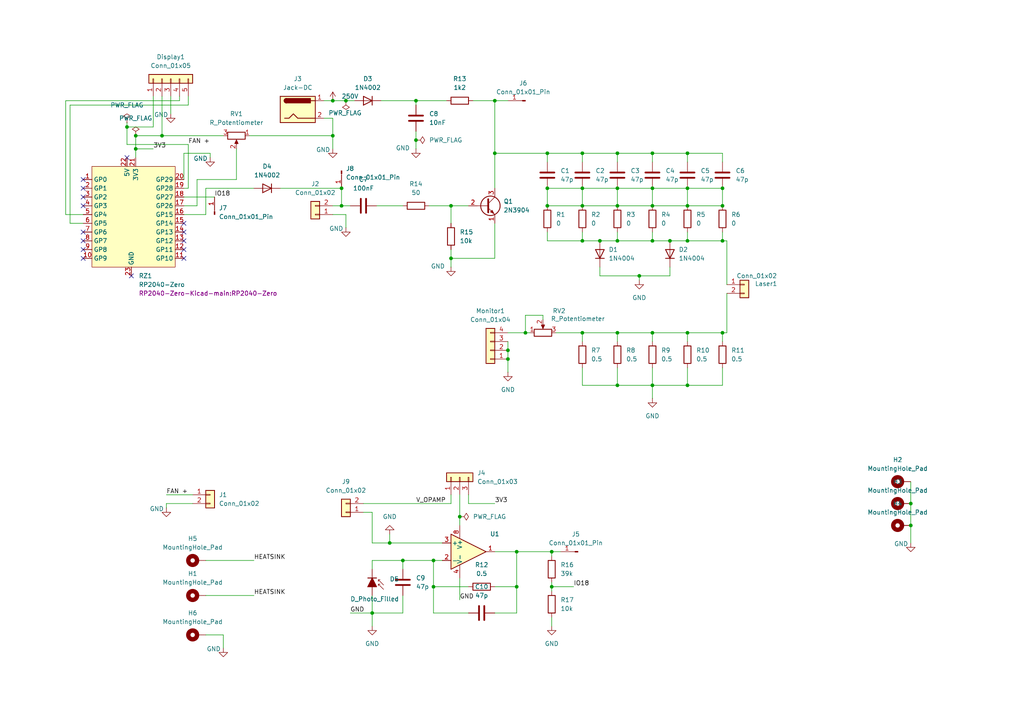
<source format=kicad_sch>
(kicad_sch (version 20250114) (generator "eeschema") (generator_version "9.0")
  (paper "A4")
  (title_block (title "All-in-one Driver plus Sensor") (rev "1.0.0 oct 25"))
  (lib_symbols
    (symbol "Connector:Conn_01x01_Pin" (pin_names (offset 1.016) (hide yes))
      (property "Reference" "J" (at 0 2.54 0))
      (property "Value" "Conn_01x01_Pin" (at 0 -2.54 0))
      (symbol "Conn_01x01_Pin_1_1"
        (rectangle (start 0.8636 0.127) (end 0 -0.127) (stroke (width 0.1524)) (fill (type outline)))
        (polyline (pts (xy 1.27 0) (xy 0.8636 0)) (stroke (width 0.1524)))
        (pin passive line (at 5.08 0 180) (length 3.81) (name "Pin_1") (number "1"))
      )
    )
    (symbol "Connector:Jack-DC" (pin_names (offset 1.016))
      (property "Reference" "J" (at 0 5.334 0))
      (property "Value" "Jack-DC" (at 0 -5.08 0))
      (symbol "Jack-DC_0_1"
        (rectangle (start -5.08 3.81) (end 5.08 -3.81) (stroke (width 0.254)) (fill (type background)))
        (polyline (pts (xy -3.81 -2.54) (xy -2.54 -2.54) (xy -1.27 -1.27) (xy 0 -2.54) (xy 2.54 -2.54) (xy 5.08 -2.54)) (stroke (width 0.254)))
        (arc (start -3.302 1.905) (mid -3.9343 2.54) (end -3.302 3.175) (stroke (width 0.254)))
        (arc (start -3.302 1.905) (mid -3.9343 2.54) (end -3.302 3.175) (stroke (width 0.254)) (fill (type outline)))
        (rectangle (start 3.683 3.175) (end -3.302 1.905) (stroke (width 0.254)) (fill (type outline)))
        (polyline (pts (xy 5.08 2.54) (xy 3.81 2.54)) (stroke (width 0.254)))
      )
      (symbol "Jack-DC_1_1"
        (pin passive line (at 7.62 2.54 180) (length 2.54) (name "~") (number "1"))
        (pin passive line (at 7.62 -2.54 180) (length 2.54) (name "~") (number "2"))
      )
    )
    (symbol "Connector_Generic:Conn_01x02" (pin_names (offset 1.016) (hide yes))
      (property "Reference" "J" (at 0 2.54 0))
      (property "Value" "Conn_01x02" (at 0 -5.08 0))
      (symbol "Conn_01x02_1_1"
        (rectangle (start -1.27 1.27) (end 1.27 -3.81) (stroke (width 0.254)) (fill (type background)))
        (rectangle (start -1.27 0.127) (end 0 -0.127) (stroke (width 0.1524)))
        (rectangle (start -1.27 -2.413) (end 0 -2.667) (stroke (width 0.1524)))
        (pin passive line (at -5.08 0 0) (length 3.81) (name "Pin_1") (number "1"))
        (pin passive line (at -5.08 -2.54 0) (length 3.81) (name "Pin_2") (number "2"))
      )
    )
    (symbol "Connector_Generic:Conn_01x03" (pin_names (offset 1.016) (hide yes))
      (property "Reference" "J" (at 0 5.08 0))
      (property "Value" "Conn_01x03" (at 0 -5.08 0))
      (symbol "Conn_01x03_1_1"
        (rectangle (start -1.27 3.81) (end 1.27 -3.81) (stroke (width 0.254)) (fill (type background)))
        (rectangle (start -1.27 2.667) (end 0 2.413) (stroke (width 0.1524)))
        (rectangle (start -1.27 0.127) (end 0 -0.127) (stroke (width 0.1524)))
        (rectangle (start -1.27 -2.413) (end 0 -2.667) (stroke (width 0.1524)))
        (pin passive line (at -5.08 2.54 0) (length 3.81) (name "Pin_1") (number "1"))
        (pin passive line (at -5.08 0 0) (length 3.81) (name "Pin_2") (number "2"))
        (pin passive line (at -5.08 -2.54 0) (length 3.81) (name "Pin_3") (number "3"))
      )
    )
    (symbol "Connector_Generic:Conn_01x04" (pin_names (offset 1.016) (hide yes))
      (property "Reference" "J" (at 0 5.08 0))
      (property "Value" "Conn_01x04" (at 0 -7.62 0))
      (symbol "Conn_01x04_1_1"
        (rectangle (start -1.27 3.81) (end 1.27 -6.35) (stroke (width 0.254)) (fill (type background)))
        (rectangle (start -1.27 2.667) (end 0 2.413) (stroke (width 0.1524)))
        (rectangle (start -1.27 0.127) (end 0 -0.127) (stroke (width 0.1524)))
        (rectangle (start -1.27 -2.413) (end 0 -2.667) (stroke (width 0.1524)))
        (rectangle (start -1.27 -4.953) (end 0 -5.207) (stroke (width 0.1524)))
        (pin passive line (at -5.08 2.54 0) (length 3.81) (name "Pin_1") (number "1"))
        (pin passive line (at -5.08 0 0) (length 3.81) (name "Pin_2") (number "2"))
        (pin passive line (at -5.08 -2.54 0) (length 3.81) (name "Pin_3") (number "3"))
        (pin passive line (at -5.08 -5.08 0) (length 3.81) (name "Pin_4") (number "4"))
      )
    )
    (symbol "Connector_Generic:Conn_01x05" (pin_names (offset 1.016) (hide yes))
      (property "Reference" "J" (at 0 7.62 0))
      (property "Value" "Conn_01x05" (at 0 -7.62 0))
      (symbol "Conn_01x05_1_1"
        (rectangle (start -1.27 6.35) (end 1.27 -6.35) (stroke (width 0.254)) (fill (type background)))
        (rectangle (start -1.27 5.207) (end 0 4.953) (stroke (width 0.1524)))
        (rectangle (start -1.27 2.667) (end 0 2.413) (stroke (width 0.1524)))
        (rectangle (start -1.27 0.127) (end 0 -0.127) (stroke (width 0.1524)))
        (rectangle (start -1.27 -2.413) (end 0 -2.667) (stroke (width 0.1524)))
        (rectangle (start -1.27 -4.953) (end 0 -5.207) (stroke (width 0.1524)))
        (pin passive line (at -5.08 5.08 0) (length 3.81) (name "Pin_1") (number "1"))
        (pin passive line (at -5.08 2.54 0) (length 3.81) (name "Pin_2") (number "2"))
        (pin passive line (at -5.08 0 0) (length 3.81) (name "Pin_3") (number "3"))
        (pin passive line (at -5.08 -2.54 0) (length 3.81) (name "Pin_4") (number "4"))
        (pin passive line (at -5.08 -5.08 0) (length 3.81) (name "Pin_5") (number "5"))
      )
    )
    (symbol "Device:C" (pin_numbers (hide yes)) (pin_names (offset 0.254))
      (property "Reference" "C" (at 0.635 2.54 0))
      (property "Value" "C" (at 0.635 -2.54 0))
      (symbol "C_0_1"
        (polyline (pts (xy -2.032 0.762) (xy 2.032 0.762)) (stroke (width 0.508)))
        (polyline (pts (xy -2.032 -0.762) (xy 2.032 -0.762)) (stroke (width 0.508)))
      )
      (symbol "C_1_1"
        (pin passive line (at 0 3.81 270) (length 2.794) (name "~") (number "1"))
        (pin passive line (at 0 -3.81 90) (length 2.794) (name "~") (number "2"))
      )
    )
    (symbol "Device:D_Photo_Filled" (pin_numbers (hide yes)) (pin_names (hide yes))
      (property "Reference" "D" (at 0.508 1.778 0))
      (property "Value" "D_Photo_Filled" (at -1.016 -2.794 0))
      (symbol "D_Photo_Filled_0_1"
        (polyline (pts (xy -2.54 1.27) (xy -2.54 -1.27)) (stroke (width 0.254)))
        (polyline (pts (xy -2.032 1.778) (xy -1.524 1.778)))
        (polyline (pts (xy -0.508 3.302) (xy -2.032 1.778) (xy -2.032 2.286)))
        (polyline (pts (xy 0 0) (xy -2.54 0)))
        (polyline (pts (xy 0 -1.27) (xy 0 1.27) (xy -2.54 0) (xy 0 -1.27)) (stroke (width 0.254)) (fill (type outline)))
        (polyline (pts (xy 0.762 3.302) (xy -0.762 1.778) (xy -0.762 2.286) (xy -0.762 1.778) (xy -0.254 1.778)))
      )
      (symbol "D_Photo_Filled_1_1"
        (pin passive line (at -5.08 0 0) (length 2.54) (name "K") (number "1"))
        (pin passive line (at 2.54 0 180) (length 2.54) (name "A") (number "2"))
      )
    )
    (symbol "Device:R" (pin_numbers (hide yes)) (pin_names (offset 0))
      (property "Reference" "R" (at 2.032 0 90))
      (property "Value" "R" (at 0 0 90))
      (symbol "R_0_1"
        (rectangle (start -1.016 -2.54) (end 1.016 2.54) (stroke (width 0.254)))
      )
      (symbol "R_1_1"
        (pin passive line (at 0 3.81 270) (length 1.27) (name "~") (number "1"))
        (pin passive line (at 0 -3.81 90) (length 1.27) (name "~") (number "2"))
      )
    )
    (symbol "Device:R_Potentiometer" (pin_names (offset 1.016) (hide yes))
      (property "Reference" "RV" (at -4.445 0 90))
      (property "Value" "R_Potentiometer" (at -2.54 0 90))
      (symbol "R_Potentiometer_0_1"
        (rectangle (start 1.016 2.54) (end -1.016 -2.54) (stroke (width 0.254)))
        (polyline (pts (xy 1.143 0) (xy 2.286 0.508) (xy 2.286 -0.508) (xy 1.143 0)) (fill (type outline)))
        (polyline (pts (xy 2.54 0) (xy 1.524 0)))
      )
      (symbol "R_Potentiometer_1_1"
        (pin passive line (at 0 3.81 270) (length 1.27) (name "1") (number "1"))
        (pin passive line (at 0 -3.81 90) (length 1.27) (name "3") (number "3"))
        (pin passive line (at 3.81 0 180) (length 1.27) (name "2") (number "2"))
      )
    )
    (symbol "Diode:1N4002" (pin_numbers (hide yes)) (pin_names (hide yes))
      (property "Reference" "D" (at 0 2.54 0))
      (property "Value" "1N4002" (at 0 -2.54 0))
      (symbol "1N4002_0_1"
        (polyline (pts (xy -1.27 1.27) (xy -1.27 -1.27)) (stroke (width 0.254)))
        (polyline (pts (xy 1.27 1.27) (xy 1.27 -1.27) (xy -1.27 0) (xy 1.27 1.27)) (stroke (width 0.254)))
        (polyline (pts (xy 1.27 0) (xy -1.27 0)))
      )
      (symbol "1N4002_1_1"
        (pin passive line (at -3.81 0 0) (length 2.54) (name "K") (number "1"))
        (pin passive line (at 3.81 0 180) (length 2.54) (name "A") (number "2"))
      )
    )
    (symbol "Diode:1N4004" (pin_numbers (hide yes)) (pin_names (hide yes))
      (property "Reference" "D" (at 0 2.54 0))
      (property "Value" "1N4004" (at 0 -2.54 0))
      (symbol "1N4004_0_1"
        (polyline (pts (xy -1.27 1.27) (xy -1.27 -1.27)) (stroke (width 0.254)))
        (polyline (pts (xy 1.27 1.27) (xy 1.27 -1.27) (xy -1.27 0) (xy 1.27 1.27)) (stroke (width 0.254)))
        (polyline (pts (xy 1.27 0) (xy -1.27 0)))
      )
      (symbol "1N4004_1_1"
        (pin passive line (at -3.81 0 0) (length 2.54) (name "K") (number "1"))
        (pin passive line (at 3.81 0 180) (length 2.54) (name "A") (number "2"))
      )
    )
    (symbol "Mechanical:MountingHole_Pad" (pin_numbers (hide yes)) (pin_names (offset 1.016) (hide yes)) (in_bom no)
      (property "Reference" "H" (at 0 6.35 0))
      (property "Value" "MountingHole_Pad" (at 0 4.445 0))
      (symbol "MountingHole_Pad_0_1"
        (circle (center 0 1.27) (radius 1.27) (stroke (width 1.27)))
      )
      (symbol "MountingHole_Pad_1_1"
        (pin input line (at 0 -2.54 90) (length 2.54) (name "1") (number "1"))
      )
    )
    (symbol "Simulation_SPICE:OPAMP" (pin_names (offset 0.254))
      (property "Reference" "U1" (at 7.62 5.1502 0))
      (property "Value" "${SIM.PARAMS}" (at 7.62 3.2451 0))
      (symbol "OPAMP_0_1"
        (polyline (pts (xy 5.08 0) (xy -5.08 5.08) (xy -5.08 -5.08) (xy 5.08 0)) (stroke (width 0.254)) (fill (type background)))
      )
      (symbol "OPAMP_1_1"
        (pin input line (at -7.62 2.54 0) (length 2.54) (name "+") (number "3"))
        (pin input line (at -7.62 -2.54 0) (length 2.54) (name "-") (number "2"))
        (pin power_in line (at -2.54 7.62 270) (length 3.81) (name "V+") (number "8"))
        (pin power_in line (at -2.54 -7.62 90) (length 3.81) (name "V-") (number "4"))
        (pin output line (at 7.62 0 180) (length 2.54) (name "~") (number "1"))
      )
    )
    (symbol "Transistor_BJT:2N3904" (pin_names (offset 0) (hide yes))
      (property "Reference" "Q" (at 5.08 1.905 0))
      (property "Value" "2N3904" (at 5.08 0 0))
      (symbol "2N3904_0_1"
        (polyline (pts (xy -2.54 0) (xy 0.635 0)))
        (polyline (pts (xy 0.635 1.905) (xy 0.635 -1.905)) (stroke (width 0.508)))
        (circle (center 1.27 0) (radius 2.8194) (stroke (width 0.254)))
      )
      (symbol "2N3904_1_1"
        (polyline (pts (xy 0.635 0.635) (xy 2.54 2.54)))
        (polyline (pts (xy 0.635 -0.635) (xy 2.54 -2.54)))
        (polyline (pts (xy 1.27 -1.778) (xy 1.778 -1.27) (xy 2.286 -2.286) (xy 1.27 -1.778)) (fill (type outline)))
        (pin input line (at -5.08 0 0) (length 2.54) (name "B") (number "2"))
        (pin passive line (at 2.54 5.08 270) (length 2.54) (name "C") (number "3"))
        (pin passive line (at 2.54 -5.08 90) (length 2.54) (name "E") (number "1"))
      )
    )
    (symbol "power:+5V" (power) (pin_numbers (hide yes)) (pin_names (offset 0) (hide yes))
      (property "Value" "+5V" (at 0 3.556 0))
      (symbol "+5V_0_1"
        (polyline (pts (xy -0.762 1.27) (xy 0 2.54)))
        (polyline (pts (xy 0 2.54) (xy 0.762 1.27)))
        (polyline (pts (xy 0 0) (xy 0 2.54)))
      )
      (symbol "+5V_1_1"
        (pin power_in line (at 0 0 90) (length 0) (name "~") (number "1"))
      )
    )
    (symbol "power:GND" (power) (pin_numbers (hide yes)) (pin_names (offset 0) (hide yes))
      (property "Value" "GND" (at 0 -3.81 0))
      (symbol "GND_0_1"
        (polyline (pts (xy 0 0) (xy 0 -1.27) (xy 1.27 -1.27) (xy 0 -2.54) (xy -1.27 -1.27) (xy 0 -1.27)))
      )
      (symbol "GND_1_1"
        (pin power_in line (at 0 0 270) (length 0) (name "~") (number "1"))
      )
    )
    (symbol "power:PWR_FLAG" (power) (pin_numbers (hide yes)) (pin_names (offset 0) (hide yes))
      (property "Value" "PWR_FLAG" (at 0 3.81 0))
      (symbol "PWR_FLAG_0_0"
        (pin power_out line (at 0 0 90) (length 0) (name "~") (number "1"))
      )
      (symbol "PWR_FLAG_0_1"
        (polyline (pts (xy 0 0) (xy 0 1.27) (xy -1.016 1.905) (xy 0 2.54) (xy 1.016 1.905) (xy 0 1.27)))
      )
    )
    (symbol "rp2040-zero:RP2040-Zero"
      (property "Reference" "RZ" (at 0 0 0))
      (property "Value" "RP2040-Zero" (at 0 -2.54 0))
      (property "Footprint" "RP2040-Zero:RP2040-Zero" (at 0 0 0))
      (symbol "RP2040-Zero_0_1"
        (rectangle (start -11.43 -15.24) (end 12.7 13.97) (fill (type background)))
      )
      (symbol "RP2040-Zero_1_1"
        (pin bidirectional line (at -13.97 10.16 0) (length 2.54) (name "GP0") (number "1"))
        (pin bidirectional line (at -13.97 7.62 0) (length 2.54) (name "GP1") (number "2"))
        (pin bidirectional line (at -13.97 5.08 0) (length 2.54) (name "GP2") (number "3"))
        (pin bidirectional line (at -13.97 2.54 0) (length 2.54) (name "GP3") (number "4"))
        (pin bidirectional line (at -13.97 0 0) (length 2.54) (name "GP4") (number "5"))
        (pin bidirectional line (at -13.97 -2.54 0) (length 2.54) (name "GP5") (number "6"))
        (pin bidirectional line (at -13.97 -5.08 0) (length 2.54) (name "GP6") (number "7"))
        (pin bidirectional line (at -13.97 -7.62 0) (length 2.54) (name "GP7") (number "8"))
        (pin bidirectional line (at -13.97 -10.16 0) (length 2.54) (name "GP8") (number "9"))
        (pin bidirectional line (at -13.97 -12.7 0) (length 2.54) (name "GP9") (number "10"))
        (pin power_in line (at -1.27 16.51 270) (length 2.54) (name "5V") (number "22"))
        (pin power_in line (at 0 -17.78 90) (length 2.54) (name "GND") (number "23"))
        (pin power_in line (at 1.27 16.51 270) (length 2.54) (name "3V3") (number "21"))
        (pin bidirectional line (at 15.24 10.16 180) (length 2.54) (name "GP29") (number "20"))
        (pin bidirectional line (at 15.24 7.62 180) (length 2.54) (name "GP28") (number "19"))
        (pin bidirectional line (at 15.24 5.08 180) (length 2.54) (name "GP27") (number "18"))
        (pin bidirectional line (at 15.24 2.54 180) (length 2.54) (name "GP26") (number "17"))
        (pin bidirectional line (at 15.24 0 180) (length 2.54) (name "GP15") (number "16"))
        (pin bidirectional line (at 15.24 -2.54 180) (length 2.54) (name "GP14") (number "15"))
        (pin bidirectional line (at 15.24 -5.08 180) (length 2.54) (name "GP13") (number "14"))
        (pin bidirectional line (at 15.24 -7.62 180) (length 2.54) (name "GP12") (number "13"))
        (pin bidirectional line (at 15.24 -10.16 180) (length 2.54) (name "GP11") (number "12"))
        (pin bidirectional line (at 15.24 -12.7 180) (length 2.54) (name "GP10") (number "11"))
      )
    )
  )
  (junction (at 160.02 160.02))
  (junction (at 130.81 59.69))
  (junction (at 36.83 36.83))
  (junction (at 100.33 29.21))
  (junction (at 199.39 44.45))
  (junction (at 158.75 54.61))
  (junction (at 39.37 43.18))
  (junction (at 264.16 152.4))
  (junction (at 189.23 69.85))
  (junction (at 99.06 54.61))
  (junction (at 179.07 54.61))
  (junction (at 107.95 177.8))
  (junction (at 168.91 54.61))
  (junction (at 125.73 162.56))
  (junction (at 96.52 39.37))
  (junction (at 189.23 59.69))
  (junction (at 168.91 69.85))
  (junction (at 173.99 69.85))
  (junction (at 199.39 54.61))
  (junction (at 199.39 96.52))
  (junction (at 158.75 44.45))
  (junction (at 133.35 149.86))
  (junction (at 99.06 59.69))
  (junction (at 189.23 44.45))
  (junction (at 96.52 29.21))
  (junction (at 116.84 162.56))
  (junction (at 199.39 69.85))
  (junction (at 113.03 157.48))
  (junction (at 149.86 170.18))
  (junction (at 39.37 39.37))
  (junction (at 143.51 44.45))
  (junction (at 152.4 96.52))
  (junction (at 168.91 59.69))
  (junction (at 179.07 69.85))
  (junction (at 209.55 69.85))
  (junction (at 189.23 111.76))
  (junction (at 130.81 74.93))
  (junction (at 199.39 111.76))
  (junction (at 46.99 39.37))
  (junction (at 158.75 59.69))
  (junction (at 168.91 44.45))
  (junction (at 125.73 170.18))
  (junction (at 209.55 96.52))
  (junction (at 189.23 54.61))
  (junction (at 179.07 96.52))
  (junction (at 147.32 101.6))
  (junction (at 179.07 44.45))
  (junction (at 120.65 40.64))
  (junction (at 179.07 59.69))
  (junction (at 179.07 111.76))
  (junction (at 168.91 96.52))
  (junction (at 194.31 69.85))
  (junction (at 147.32 104.14))
  (junction (at 120.65 29.21))
  (junction (at 209.55 59.69))
  (junction (at 209.55 54.61))
  (junction (at 160.02 170.18))
  (junction (at 185.42 80.01))
  (junction (at 149.86 160.02))
  (junction (at 264.16 146.05))
  (junction (at 143.51 29.21))
  (junction (at 199.39 59.69))
  (junction (at 189.23 96.52))
  (no_connect (at 24.13 57.15))
  (no_connect (at 36.83 45.72))
  (no_connect (at 53.34 72.39))
  (no_connect (at 24.13 54.61))
  (no_connect (at 53.34 64.77))
  (no_connect (at 24.13 74.93))
  (no_connect (at 24.13 59.69))
  (no_connect (at 24.13 52.07))
  (no_connect (at 24.13 67.31))
  (no_connect (at 24.13 72.39))
  (no_connect (at 53.34 74.93))
  (no_connect (at 53.34 67.31))
  (no_connect (at 53.34 69.85))
  (no_connect (at 24.13 69.85))
  (no_connect (at 38.1 80.01))
  (wire (pts (xy 189.23 46.99) (xy 189.23 44.45)))
  (wire (pts (xy 179.07 54.61) (xy 189.23 54.61)))
  (wire (pts (xy 59.69 62.23) (xy 59.69 54.61)))
  (wire (pts (xy 179.07 54.61) (xy 179.07 59.69)))
  (wire (pts (xy 52.07 29.21) (xy 52.07 27.94)))
  (wire (pts (xy 59.69 162.56) (xy 73.66 162.56)))
  (wire (pts (xy 179.07 44.45) (xy 189.23 44.45)))
  (wire (pts (xy 107.95 172.72) (xy 107.95 177.8)))
  (wire (pts (xy 173.99 80.01) (xy 185.42 80.01)))
  (wire (pts (xy 36.83 36.83) (xy 44.45 36.83)))
  (wire (pts (xy 143.51 44.45) (xy 143.51 54.61)))
  (wire (pts (xy 107.95 165.1) (xy 107.95 162.56)))
  (wire (pts (xy 93.98 34.29) (xy 96.52 34.29)))
  (wire (pts (xy 168.91 59.69) (xy 179.07 59.69)))
  (wire (pts (xy 189.23 99.06) (xy 189.23 96.52)))
  (wire (pts (xy 93.98 29.21) (xy 96.52 29.21)))
  (wire (pts (xy 189.23 44.45) (xy 199.39 44.45)))
  (wire (pts (xy 158.75 44.45) (xy 168.91 44.45)))
  (wire (pts (xy 39.37 39.37) (xy 39.37 43.18)))
  (wire (pts (xy 53.34 59.69) (xy 57.15 59.69)))
  (wire (pts (xy 109.22 59.69) (xy 116.84 59.69)))
  (wire (pts (xy 130.81 146.05) (xy 130.81 143.51)))
  (wire (pts (xy 120.65 38.1) (xy 120.65 40.64)))
  (wire (pts (xy 143.51 29.21) (xy 147.32 29.21)))
  (wire (pts (xy 157.48 91.44) (xy 152.4 91.44)))
  (wire (pts (xy 264.16 139.7) (xy 264.16 146.05)))
  (wire (pts (xy 133.35 143.51) (xy 133.35 149.86)))
  (wire (pts (xy 189.23 106.68) (xy 189.23 111.76)))
  (wire (pts (xy 160.02 170.18) (xy 166.37 170.18)))
  (wire (pts (xy 209.55 54.61) (xy 209.55 59.69)))
  (wire (pts (xy 179.07 59.69) (xy 189.23 59.69)))
  (wire (pts (xy 179.07 46.99) (xy 179.07 44.45)))
  (wire (pts (xy 210.82 82.55) (xy 210.82 69.85)))
  (wire (pts (xy 68.58 43.18) (xy 68.58 52.07)))
  (wire (pts (xy 149.86 160.02) (xy 149.86 170.18)))
  (wire (pts (xy 168.91 111.76) (xy 179.07 111.76)))
  (wire (pts (xy 96.52 29.21) (xy 100.33 29.21)))
  (wire (pts (xy 54.61 54.61) (xy 54.61 41.91)))
  (wire (pts (xy 60.96 44.45) (xy 60.96 45.72)))
  (wire (pts (xy 152.4 96.52) (xy 147.32 96.52)))
  (wire (pts (xy 199.39 44.45) (xy 209.55 44.45)))
  (wire (pts (xy 133.35 167.64) (xy 133.35 173.99)))
  (wire (pts (xy 168.91 96.52) (xy 179.07 96.52)))
  (wire (pts (xy 48.26 143.51) (xy 55.88 143.51)))
  (wire (pts (xy 173.99 69.85) (xy 179.07 69.85)))
  (wire (pts (xy 199.39 96.52) (xy 209.55 96.52)))
  (wire (pts (xy 149.86 160.02) (xy 160.02 160.02)))
  (wire (pts (xy 189.23 67.31) (xy 189.23 69.85)))
  (wire (pts (xy 96.52 59.69) (xy 99.06 59.69)))
  (wire (pts (xy 49.53 27.94) (xy 49.53 33.02)))
  (wire (pts (xy 135.89 177.8) (xy 125.73 177.8)))
  (wire (pts (xy 158.75 59.69) (xy 168.91 59.69)))
  (wire (pts (xy 53.34 54.61) (xy 54.61 54.61)))
  (wire (pts (xy 264.16 152.4) (xy 264.16 157.48)))
  (wire (pts (xy 36.83 41.91) (xy 36.83 36.83)))
  (wire (pts (xy 210.82 85.09) (xy 210.82 96.52)))
  (wire (pts (xy 210.82 69.85) (xy 209.55 69.85)))
  (wire (pts (xy 179.07 99.06) (xy 179.07 96.52)))
  (wire (pts (xy 209.55 111.76) (xy 199.39 111.76)))
  (wire (pts (xy 194.31 77.47) (xy 194.31 80.01)))
  (wire (pts (xy 124.46 59.69) (xy 130.81 59.69)))
  (wire (pts (xy 209.55 69.85) (xy 209.55 67.31)))
  (wire (pts (xy 72.39 39.37) (xy 96.52 39.37)))
  (wire (pts (xy 189.23 69.85) (xy 194.31 69.85)))
  (wire (pts (xy 168.91 54.61) (xy 168.91 59.69)))
  (wire (pts (xy 20.32 30.48) (xy 20.32 64.77)))
  (wire (pts (xy 120.65 40.64) (xy 120.65 43.18)))
  (wire (pts (xy 189.23 111.76) (xy 199.39 111.76)))
  (wire (pts (xy 100.33 62.23) (xy 100.33 66.04)))
  (wire (pts (xy 113.03 157.48) (xy 128.27 157.48)))
  (wire (pts (xy 36.83 35.56) (xy 36.83 36.83)))
  (wire (pts (xy 168.91 106.68) (xy 168.91 111.76)))
  (wire (pts (xy 116.84 172.72) (xy 116.84 177.8)))
  (wire (pts (xy 130.81 59.69) (xy 135.89 59.69)))
  (wire (pts (xy 130.81 74.93) (xy 130.81 72.39)))
  (wire (pts (xy 147.32 99.06) (xy 147.32 101.6)))
  (wire (pts (xy 107.95 148.59) (xy 107.95 157.48)))
  (wire (pts (xy 135.89 170.18) (xy 125.73 170.18)))
  (wire (pts (xy 96.52 43.18) (xy 96.52 39.37)))
  (wire (pts (xy 189.23 115.57) (xy 189.23 111.76)))
  (wire (pts (xy 149.86 170.18) (xy 149.86 177.8)))
  (wire (pts (xy 55.88 146.05) (xy 48.26 146.05)))
  (wire (pts (xy 189.23 59.69) (xy 199.39 59.69)))
  (wire (pts (xy 125.73 162.56) (xy 125.73 170.18)))
  (wire (pts (xy 113.03 157.48) (xy 113.03 154.94)))
  (wire (pts (xy 199.39 106.68) (xy 199.39 111.76)))
  (wire (pts (xy 189.23 54.61) (xy 199.39 54.61)))
  (wire (pts (xy 133.35 149.86) (xy 133.35 152.4)))
  (wire (pts (xy 130.81 59.69) (xy 130.81 64.77)))
  (wire (pts (xy 194.31 69.85) (xy 199.39 69.85)))
  (wire (pts (xy 152.4 96.52) (xy 153.67 96.52)))
  (wire (pts (xy 54.61 41.91) (xy 36.83 41.91)))
  (wire (pts (xy 179.07 106.68) (xy 179.07 111.76)))
  (wire (pts (xy 152.4 91.44) (xy 152.4 96.52)))
  (wire (pts (xy 147.32 101.6) (xy 147.32 104.14)))
  (wire (pts (xy 143.51 74.93) (xy 130.81 74.93)))
  (wire (pts (xy 209.55 106.68) (xy 209.55 111.76)))
  (wire (pts (xy 64.77 187.96) (xy 64.77 184.15)))
  (wire (pts (xy 116.84 177.8) (xy 107.95 177.8)))
  (wire (pts (xy 59.69 172.72) (xy 73.66 172.72)))
  (wire (pts (xy 158.75 46.99) (xy 158.75 44.45)))
  (wire (pts (xy 120.65 30.48) (xy 120.65 29.21)))
  (wire (pts (xy 143.51 177.8) (xy 149.86 177.8)))
  (wire (pts (xy 24.13 62.23) (xy 19.05 62.23)))
  (wire (pts (xy 147.32 104.14) (xy 147.32 107.95)))
  (wire (pts (xy 19.05 62.23) (xy 19.05 29.21)))
  (wire (pts (xy 57.15 52.07) (xy 68.58 52.07)))
  (wire (pts (xy 209.55 44.45) (xy 209.55 46.99)))
  (wire (pts (xy 209.55 99.06) (xy 209.55 96.52)))
  (wire (pts (xy 143.51 170.18) (xy 149.86 170.18)))
  (wire (pts (xy 20.32 64.77) (xy 24.13 64.77)))
  (wire (pts (xy 160.02 179.07) (xy 160.02 181.61)))
  (wire (pts (xy 54.61 30.48) (xy 20.32 30.48)))
  (wire (pts (xy 48.26 146.05) (xy 48.26 147.32)))
  (wire (pts (xy 179.07 69.85) (xy 189.23 69.85)))
  (wire (pts (xy 199.39 99.06) (xy 199.39 96.52)))
  (wire (pts (xy 199.39 67.31) (xy 199.39 69.85)))
  (wire (pts (xy 39.37 39.37) (xy 46.99 39.37)))
  (wire (pts (xy 107.95 157.48) (xy 113.03 157.48)))
  (wire (pts (xy 116.84 162.56) (xy 125.73 162.56)))
  (wire (pts (xy 179.07 96.52) (xy 189.23 96.52)))
  (wire (pts (xy 137.16 29.21) (xy 143.51 29.21)))
  (wire (pts (xy 110.49 29.21) (xy 120.65 29.21)))
  (wire (pts (xy 107.95 148.59) (xy 105.41 148.59)))
  (wire (pts (xy 57.15 59.69) (xy 57.15 52.07)))
  (wire (pts (xy 143.51 64.77) (xy 143.51 74.93)))
  (wire (pts (xy 160.02 161.29) (xy 160.02 160.02)))
  (wire (pts (xy 53.34 52.07) (xy 53.34 44.45)))
  (wire (pts (xy 158.75 54.61) (xy 168.91 54.61)))
  (wire (pts (xy 157.48 92.71) (xy 157.48 91.44)))
  (wire (pts (xy 96.52 34.29) (xy 96.52 39.37)))
  (wire (pts (xy 107.95 177.8) (xy 107.95 181.61)))
  (wire (pts (xy 101.6 177.8) (xy 107.95 177.8)))
  (wire (pts (xy 46.99 27.94) (xy 46.99 39.37)))
  (wire (pts (xy 59.69 54.61) (xy 73.66 54.61)))
  (wire (pts (xy 179.07 67.31) (xy 179.07 69.85)))
  (wire (pts (xy 135.89 146.05) (xy 135.89 143.51)))
  (wire (pts (xy 81.28 54.61) (xy 99.06 54.61)))
  (wire (pts (xy 185.42 80.01) (xy 194.31 80.01)))
  (wire (pts (xy 125.73 162.56) (xy 128.27 162.56)))
  (wire (pts (xy 168.91 67.31) (xy 168.91 69.85)))
  (wire (pts (xy 158.75 67.31) (xy 158.75 69.85)))
  (wire (pts (xy 99.06 54.61) (xy 99.06 59.69)))
  (wire (pts (xy 168.91 99.06) (xy 168.91 96.52)))
  (wire (pts (xy 168.91 69.85) (xy 173.99 69.85)))
  (wire (pts (xy 189.23 96.52) (xy 199.39 96.52)))
  (wire (pts (xy 19.05 29.21) (xy 52.07 29.21)))
  (wire (pts (xy 199.39 59.69) (xy 209.55 59.69)))
  (wire (pts (xy 125.73 170.18) (xy 125.73 177.8)))
  (wire (pts (xy 168.91 44.45) (xy 179.07 44.45)))
  (wire (pts (xy 96.52 62.23) (xy 100.33 62.23)))
  (wire (pts (xy 54.61 27.94) (xy 54.61 30.48)))
  (wire (pts (xy 44.45 36.83) (xy 44.45 27.94)))
  (wire (pts (xy 105.41 146.05) (xy 130.81 146.05)))
  (wire (pts (xy 173.99 77.47) (xy 173.99 80.01)))
  (wire (pts (xy 199.39 54.61) (xy 209.55 54.61)))
  (wire (pts (xy 107.95 162.56) (xy 116.84 162.56)))
  (wire (pts (xy 199.39 69.85) (xy 209.55 69.85)))
  (wire (pts (xy 199.39 54.61) (xy 199.39 59.69)))
  (wire (pts (xy 143.51 29.21) (xy 143.51 44.45)))
  (wire (pts (xy 100.33 29.21) (xy 102.87 29.21)))
  (wire (pts (xy 130.81 74.93) (xy 130.81 77.47)))
  (wire (pts (xy 135.89 146.05) (xy 143.51 146.05)))
  (wire (pts (xy 199.39 46.99) (xy 199.39 44.45)))
  (wire (pts (xy 143.51 44.45) (xy 158.75 44.45)))
  (wire (pts (xy 210.82 96.52) (xy 209.55 96.52)))
  (wire (pts (xy 168.91 46.99) (xy 168.91 44.45)))
  (wire (pts (xy 160.02 170.18) (xy 160.02 171.45)))
  (wire (pts (xy 185.42 80.01) (xy 185.42 81.28)))
  (wire (pts (xy 161.29 96.52) (xy 168.91 96.52)))
  (wire (pts (xy 264.16 146.05) (xy 264.16 152.4)))
  (wire (pts (xy 160.02 170.18) (xy 160.02 168.91)))
  (wire (pts (xy 160.02 160.02) (xy 162.56 160.02)))
  (wire (pts (xy 158.75 69.85) (xy 168.91 69.85)))
  (wire (pts (xy 59.69 184.15) (xy 64.77 184.15)))
  (wire (pts (xy 143.51 160.02) (xy 149.86 160.02)))
  (wire (pts (xy 53.34 44.45) (xy 60.96 44.45)))
  (wire (pts (xy 189.23 54.61) (xy 189.23 59.69)))
  (wire (pts (xy 53.34 57.15) (xy 62.23 57.15)))
  (wire (pts (xy 158.75 54.61) (xy 158.75 59.69)))
  (wire (pts (xy 39.37 43.18) (xy 39.37 45.72)))
  (wire (pts (xy 46.99 39.37) (xy 64.77 39.37)))
  (wire (pts (xy 99.06 59.69) (xy 101.6 59.69)))
  (wire (pts (xy 168.91 54.61) (xy 179.07 54.61)))
  (wire (pts (xy 39.37 43.18) (xy 44.45 43.18)))
  (wire (pts (xy 179.07 111.76) (xy 189.23 111.76)))
  (wire (pts (xy 116.84 165.1) (xy 116.84 162.56)))
  (wire (pts (xy 53.34 62.23) (xy 59.69 62.23)))
  (wire (pts (xy 120.65 29.21) (xy 129.54 29.21)))
  (label "GND" (at 101.6 177.8 0))
  (label "3V3" (at 44.45 43.18 0))
  (label "IO18" (at 166.37 170.18 0))
  (label "V_OPAMP" (at 120.65 146.05 0))
  (label "HEATSINK" (at 73.66 172.72 0))
  (label "FAN +" (at 54.61 41.91 0))
  (label "HEATSINK" (at 73.66 162.56 0))
  (label "FAN +" (at 48.26 143.51 0))
  (label "GND" (at 133.35 173.99 0))
  (label "3V3" (at 143.51 146.05 0))
  (label "IO18" (at 62.23 57.15 0))
  (symbol (lib_id "power:GND") (at 60.96 45.72 0) (unit 1)
    (property "Reference" "#PWR08" (effects (hide yes)))
    (property "Value" "GND" (at 58.166 45.974 0))
    (property "Description" "Power symbol creates a global label with name \"GND\" , ground" (effects (hide yes)))
  )
  (symbol (lib_id "power:GND") (at 120.65 43.18 0) (unit 1)
    (property "Reference" "#PWR01" (effects (hide yes)))
    (property "Value" "GND" (at 116.84 42.926 0))
    (property "Description" "Power symbol creates a global label with name \"GND\" , ground" (effects (hide yes)))
  )
  (symbol (lib_id "power:PWR_FLAG") (at 120.65 40.64 270) (unit 1)
    (property "Reference" "#FLG02" (effects (hide yes)))
    (property "Value" "PWR_FLAG" (at 124.46 40.6399 90) (effects (justify left)))
    (property "Description" "Special symbol for telling ERC where power comes from" (effects (hide yes)))
  )
  (symbol (lib_id "Device:R") (at 168.91 102.87 180) (unit 1)
    (property "Reference" "R7" (at 171.45 101.5999 0) (effects (justify right)))
    (property "Value" "0.5" (at 171.45 104.1399 0) (effects (justify right)))
    (property "Footprint" "Resistor_SMD:R_1206_3216Metric_Pad1.30x1.75mm_HandSolder" (effects (hide yes)))
    (property "Description" "Resistor" (effects (hide yes)))
  )
  (symbol (lib_id "power:GND") (at 185.42 81.28 0) (unit 1)
    (property "Reference" "#PWR02" (effects (hide yes)))
    (property "Value" "GND" (at 185.42 86.36 0))
    (property "Description" "Power symbol creates a global label with name \"GND\" , ground" (effects (hide yes)))
  )
  (symbol (lib_id "power:GND") (at 96.52 43.18 0) (unit 1)
    (property "Reference" "#PWR03" (effects (hide yes)))
    (property "Value" "GND" (at 93.726 43.434 0))
    (property "Description" "Power symbol creates a global label with name \"GND\" , ground" (effects (hide yes)))
  )
  (symbol (lib_id "power:GND") (at 113.03 154.94 180) (unit 1)
    (property "Reference" "#PWR016" (effects (hide yes)))
    (property "Value" "GND" (at 113.03 149.86 0))
    (property "Description" "Power symbol creates a global label with name \"GND\" , ground" (effects (hide yes)))
  )
  (symbol (lib_id "power:GND") (at 100.33 66.04 0) (unit 1)
    (property "Reference" "#PWR07" (effects (hide yes)))
    (property "Value" "GND" (at 97.536 66.294 0))
    (property "Description" "Power symbol creates a global label with name \"GND\" , ground" (effects (hide yes)))
  )
  (symbol (lib_id "Device:C") (at 120.65 34.29 180) (unit 1)
    (property "Reference" "C8" (at 124.46 33.0199 0) (effects (justify right)))
    (property "Value" "10nF" (at 124.46 35.5599 0) (effects (justify right)))
    (property "Footprint" "Capacitor_THT:C_Disc_D10.0mm_W2.5mm_P5.00mm" (effects (hide yes)))
    (property "Description" "Unpolarized capacitor" (effects (hide yes)))
  )
  (symbol (lib_id "Device:R") (at 199.39 102.87 180) (unit 1)
    (property "Reference" "R10" (at 201.93 101.5999 0) (effects (justify right)))
    (property "Value" "0.5" (at 201.93 104.1399 0) (effects (justify right)))
    (property "Footprint" "Resistor_SMD:R_1206_3216Metric_Pad1.30x1.75mm_HandSolder" (effects (hide yes)))
    (property "Description" "Resistor" (effects (hide yes)))
  )
  (symbol (lib_id "Device:R") (at 158.75 63.5 0) (unit 1)
    (property "Reference" "R1" (at 161.29 62.2299 0) (effects (justify left)))
    (property "Value" "0" (at 161.29 64.7699 0) (effects (justify left)))
    (property "Footprint" "Resistor_SMD:R_1206_3216Metric_Pad1.30x1.75mm_HandSolder" (effects (hide yes)))
    (property "Description" "Resistor" (effects (hide yes)))
  )
  (symbol (lib_id "power:PWR_FLAG") (at 39.37 39.37 0) (unit 1)
    (property "Reference" "#FLG01" (effects (hide yes)))
    (property "Value" "PWR_FLAG" (at 39.37 34.29 0))
    (property "Description" "Special symbol for telling ERC where power comes from" (effects (hide yes)))
  )
  (symbol (lib_id "Connector_Generic:Conn_01x04") (at 142.24 101.6 180) (unit 1)
    (property "Reference" "Monitor1" (at 142.24 90.17 0))
    (property "Value" "Conn_01x04" (at 142.24 92.71 0))
    (property "Footprint" "Connector_PinHeader_2.54mm:PinHeader_1x04_P2.54mm_Vertical" (effects (hide yes)))
    (property "Description" "Generic connector, single row, 01x04, script generated (kicad-library-utils/schlib/autogen/connector/)" (effects (hide yes)))
  )
  (symbol (lib_id "Device:R") (at 133.35 29.21 270) (unit 1)
    (property "Reference" "R13" (at 133.35 22.86 90))
    (property "Value" "1k2" (at 133.35 25.4 90))
    (property "Footprint" "Resistor_THT:R_Axial_Power_L60.0mm_W14.0mm_P66.04mm" (effects (hide yes)))
    (property "Description" "Resistor" (effects (hide yes)))
  )
  (symbol (lib_id "power:GND") (at 189.23 115.57 0) (unit 1)
    (property "Reference" "#PWR04" (effects (hide yes)))
    (property "Value" "GND" (at 189.23 120.65 0))
    (property "Description" "Power symbol creates a global label with name \"GND\" , ground" (effects (hide yes)))
  )
  (symbol (lib_id "power:GND") (at 64.77 187.96 0) (unit 1)
    (property "Reference" "#PWR013" (effects (hide yes)))
    (property "Value" "GND" (at 61.976 188.214 0))
    (property "Description" "Power symbol creates a global label with name \"GND\" , ground" (effects (hide yes)))
  )
  (symbol (lib_id "rp2040-zero:RP2040-Zero") (at 38.1 62.23 0) (unit 1)
    (property "Reference" "RZ1" (at 40.2433 80.01 0) (effects (justify left)))
    (property "Value" "RP2040-Zero" (at 40.2433 82.55 0) (effects (justify left)))
    (property "Footprint" "RP2040-Zero-Kicad-main:RP2040-Zero" (at 40.2433 85.09 0) (effects (justify left)))
  )
  (symbol (lib_id "Transistor_BJT:2N3904") (at 140.97 59.69 0) (unit 1)
    (property "Reference" "Q1" (at 146.05 58.4199 0) (effects (justify left)))
    (property "Value" "2N3904" (at 146.05 60.9599 0) (effects (justify left)))
    (property "Footprint" "Package_TO_SOT_THT:TO-92_Inline" (effects (hide yes)))
    (property "Datasheet" "https://www.onsemi.com/pub/Collateral/2N3903-D.PDF" (effects (hide yes)))
    (property "Description" "0.2A Ic, 40V Vce, Small Signal NPN Transistor, TO-92" (effects (hide yes)))
  )
  (symbol (lib_id "power:GND") (at 49.53 33.02 0) (unit 1)
    (property "Reference" "#PWR09" (effects (hide yes)))
    (property "Value" "GND" (at 46.736 33.274 0))
    (property "Description" "Power symbol creates a global label with name \"GND\" , ground" (effects (hide yes)))
  )
  (symbol (lib_id "power:GND") (at 107.95 181.61 0) (unit 1)
    (property "Reference" "#PWR015" (effects (hide yes)))
    (property "Value" "GND" (at 107.95 186.69 0))
    (property "Description" "Power symbol creates a global label with name \"GND\" , ground" (effects (hide yes)))
  )
  (symbol (lib_id "Connector_Generic:Conn_01x02") (at 100.33 148.59 180) (unit 1)
    (property "Reference" "J9" (at 100.33 139.7 0))
    (property "Value" "Conn_01x02" (at 100.33 142.24 0))
    (property "Footprint" "Connector_PinHeader_2.54mm:PinHeader_1x02_P2.54mm_Vertical" (effects (hide yes)))
    (property "Description" "Generic connector, single row, 01x02, script generated (kicad-library-utils/schlib/autogen/connector/)" (effects (hide yes)))
  )
  (symbol (lib_id "Connector:Jack-DC") (at 86.36 31.75 0) (unit 1)
    (property "Reference" "J3" (at 86.36 22.86 0))
    (property "Value" "Jack-DC" (at 86.36 25.4 0))
    (property "Footprint" "Connector_BarrelJack:BarrelJack_Horizontal" (effects (hide yes)))
    (property "Description" "DC Barrel Jack" (effects (hide yes)))
  )
  (symbol (lib_id "Device:C") (at 116.84 168.91 0) (unit 1)
    (property "Reference" "C9" (at 120.65 167.6399 0) (effects (justify left)))
    (property "Value" "47p" (at 120.65 170.1799 0) (effects (justify left)))
    (property "Footprint" "Capacitor_SMD:C_1206_3216Metric_Pad1.33x1.80mm_HandSolder" (effects (hide yes)))
    (property "Description" "Unpolarized capacitor" (effects (hide yes)))
  )
  (symbol (lib_id "Device:R") (at 139.7 170.18 270) (unit 1)
    (property "Reference" "R12" (at 139.7 163.83 90))
    (property "Value" "0.5" (at 139.7 166.37 90))
    (property "Footprint" "Resistor_SMD:R_1206_3216Metric_Pad1.30x1.75mm_HandSolder" (effects (hide yes)))
    (property "Description" "Resistor" (effects (hide yes)))
  )
  (symbol (lib_id "power:GND") (at 264.16 157.48 0) (unit 1)
    (property "Reference" "#PWR010" (effects (hide yes)))
    (property "Value" "GND" (at 261.366 157.734 0))
    (property "Description" "Power symbol creates a global label with name \"GND\" , ground" (effects (hide yes)))
  )
  (symbol (lib_id "Device:R_Potentiometer") (at 157.48 96.52 90) (unit 1)
    (property "Reference" "RV2" (at 160.274 90.17 90) (effects (justify right)))
    (property "Value" "R_Potentiometer" (at 159.766 92.456 90) (effects (justify right)))
    (property "Footprint" "Potentiometer_THT:Potentiometer_Piher_PT-6-V_Vertical" (effects (hide yes)))
    (property "Description" "Potentiometer" (effects (hide yes)))
  )
  (symbol (lib_id "Connector:Conn_01x01_Pin") (at 62.23 62.23 90) (unit 1)
    (property "Reference" "J7" (at 63.5 60.3249 90) (effects (justify right)))
    (property "Value" "Conn_01x01_Pin" (at 63.5 62.8649 90) (effects (justify right)))
    (property "Footprint" "TestPoint:TestPoint_Pad_D1.0mm" (effects (hide yes)))
    (property "Description" "Generic connector, single row, 01x01, script generated" (effects (hide yes)))
  )
  (symbol (lib_id "Device:C") (at 105.41 59.69 90) (unit 1)
    (property "Reference" "C7" (at 105.41 52.07 90))
    (property "Value" "100nF" (at 105.41 54.61 90))
    (property "Footprint" "Capacitor_THT:C_Disc_D4.7mm_W2.5mm_P5.00mm" (effects (hide yes)))
    (property "Description" "Unpolarized capacitor" (effects (hide yes)))
  )
  (symbol (lib_id "Device:C") (at 189.23 50.8 0) (unit 1)
    (property "Reference" "C4" (at 193.04 49.5299 0) (effects (justify left)))
    (property "Value" "47p" (at 193.04 52.0699 0) (effects (justify left)))
    (property "Footprint" "Capacitor_SMD:C_1206_3216Metric_Pad1.33x1.80mm_HandSolder" (effects (hide yes)))
    (property "Description" "Unpolarized capacitor" (effects (hide yes)))
  )
  (symbol (lib_id "power:GND") (at 48.26 147.32 0) (unit 1)
    (property "Reference" "#PWR014" (effects (hide yes)))
    (property "Value" "GND" (at 45.466 147.574 0))
    (property "Description" "Power symbol creates a global label with name \"GND\" , ground" (effects (hide yes)))
  )
  (symbol (lib_id "power:+5V") (at 96.52 29.21 0) (unit 1)
    (property "Reference" "#PWR012" (effects (hide yes)))
    (property "Value" "250V" (at 99.06 27.9399 0) (effects (justify left)))
    (property "Description" "Power symbol creates a global label with name \"+5V\"" (effects (hide yes)))
  )
  (symbol (lib_id "Device:R") (at 120.65 59.69 270) (unit 1)
    (property "Reference" "R14" (at 120.65 53.34 90))
    (property "Value" "50" (at 120.65 55.88 90))
    (property "Footprint" "Resistor_THT:R_Axial_DIN0309_L9.0mm_D3.2mm_P12.70mm_Horizontal" (effects (hide yes)))
    (property "Description" "Resistor" (effects (hide yes)))
  )
  (symbol (lib_id "Mechanical:MountingHole_Pad") (at 57.15 162.56 90) (unit 1) (in_bom no)
    (property "Reference" "H5" (at 55.88 156.21 90))
    (property "Value" "MountingHole_Pad" (at 55.88 158.75 90))
    (property "Footprint" "Mounting_Wuerth:Mounting_Wuerth_WA-SMSI-M1.6_H2.5mm_ThreadDepth1.5mm_NoNPTH_97730256330" (effects (hide yes)))
    (property "Description" "Mounting Hole with connection" (effects (hide yes)))
  )
  (symbol (lib_id "Device:C") (at 199.39 50.8 0) (unit 1)
    (property "Reference" "C5" (at 203.2 49.5299 0) (effects (justify left)))
    (property "Value" "47p" (at 203.2 52.0699 0) (effects (justify left)))
    (property "Footprint" "Capacitor_SMD:C_1206_3216Metric_Pad1.33x1.80mm_HandSolder" (effects (hide yes)))
    (property "Description" "Unpolarized capacitor" (effects (hide yes)))
  )
  (symbol (lib_id "Connector:Conn_01x01_Pin") (at 99.06 49.53 270) (unit 1)
    (property "Reference" "J8" (at 100.33 48.8949 90) (effects (justify left)))
    (property "Value" "Conn_01x01_Pin" (at 100.33 51.4349 90) (effects (justify left)))
    (property "Footprint" "TestPoint:TestPoint_Pad_D1.0mm" (effects (hide yes)))
    (property "Description" "Generic connector, single row, 01x01, script generated" (effects (hide yes)))
  )
  (symbol (lib_id "Mechanical:MountingHole_Pad") (at 261.62 139.7 90) (unit 1) (in_bom no)
    (property "Reference" "H2" (at 260.35 133.35 90))
    (property "Value" "MountingHole_Pad" (at 260.35 135.89 90))
    (property "Footprint" "MountingHole:MountingHole_3.2mm_M3_DIN965_Pad" (effects (hide yes)))
    (property "Description" "Mounting Hole with connection" (effects (hide yes)))
  )
  (symbol (lib_id "Diode:1N4004") (at 194.31 73.66 90) (unit 1)
    (property "Reference" "D2" (at 196.85 72.3899 90) (effects (justify right)))
    (property "Value" "1N4004" (at 196.85 74.9299 90) (effects (justify right)))
    (property "Footprint" "Diode_THT:D_DO-41_SOD81_P10.16mm_Horizontal" (effects (hide yes)))
    (property "Datasheet" "http://www.vishay.com/docs/88503/1n4001.pdf" (effects (hide yes)))
    (property "Description" "400V 1A General Purpose Rectifier Diode, DO-41" (effects (hide yes)))
    (property "Sim.Device" "D" (effects (hide yes)))
    (property "Sim.Pins" "1=K 2=A" (effects (hide yes)))
  )
  (symbol (lib_id "Connector:Conn_01x01_Pin") (at 167.64 160.02 180) (unit 1)
    (property "Reference" "J5" (at 167.005 154.94 0))
    (property "Value" "Conn_01x01_Pin" (at 167.005 157.48 0))
    (property "Footprint" "TestPoint:TestPoint_Pad_D1.0mm" (effects (hide yes)))
    (property "Description" "Generic connector, single row, 01x01, script generated" (effects (hide yes)))
  )
  (symbol (lib_id "Device:C") (at 179.07 50.8 0) (unit 1)
    (property "Reference" "C3" (at 182.88 49.5299 0) (effects (justify left)))
    (property "Value" "47p" (at 182.88 52.0699 0) (effects (justify left)))
    (property "Footprint" "Capacitor_SMD:C_1206_3216Metric_Pad1.33x1.80mm_HandSolder" (effects (hide yes)))
    (property "Description" "Unpolarized capacitor" (effects (hide yes)))
  )
  (symbol (lib_id "power:PWR_FLAG") (at 100.33 29.21 180) (unit 1)
    (property "Reference" "#FLG03" (effects (hide yes)))
    (property "Value" "PWR_FLAG" (at 100.076 32.766 0))
    (property "Description" "Special symbol for telling ERC where power comes from" (effects (hide yes)))
  )
  (symbol (lib_id "power:PWR_FLAG") (at 36.83 35.56 0) (unit 1)
    (property "Reference" "#FLG05" (effects (hide yes)))
    (property "Value" "PWR_FLAG" (at 36.83 30.48 0))
    (property "Description" "Special symbol for telling ERC where power comes from" (effects (hide yes)))
  )
  (symbol (lib_id "Diode:1N4002") (at 106.68 29.21 180) (unit 1)
    (property "Reference" "D3" (at 106.68 22.86 0))
    (property "Value" "1N4002" (at 106.68 25.4 0))
    (property "Footprint" "Diode_THT:D_DO-41_SOD81_P10.16mm_Horizontal" (effects (hide yes)))
    (property "Datasheet" "http://www.vishay.com/docs/88503/1n4001.pdf" (effects (hide yes)))
    (property "Description" "100V 1A General Purpose Rectifier Diode, DO-41" (effects (hide yes)))
    (property "Sim.Device" "D" (effects (hide yes)))
    (property "Sim.Pins" "1=K 2=A" (effects (hide yes)))
  )
  (symbol (lib_id "Device:R") (at 130.81 68.58 0) (unit 1)
    (property "Reference" "R15" (at 133.35 67.3099 0) (effects (justify left)))
    (property "Value" "10k" (at 133.35 69.8499 0) (effects (justify left)))
    (property "Footprint" "Resistor_THT:R_Axial_DIN0309_L9.0mm_D3.2mm_P12.70mm_Horizontal" (effects (hide yes)))
    (property "Description" "Resistor" (effects (hide yes)))
  )
  (symbol (lib_id "Connector_Generic:Conn_01x02") (at 91.44 62.23 180) (unit 1)
    (property "Reference" "J2" (at 91.44 53.34 0))
    (property "Value" "Conn_01x02" (at 91.44 55.88 0))
    (property "Footprint" "Connector_PinHeader_2.54mm:PinHeader_1x02_P2.54mm_Vertical" (effects (hide yes)))
    (property "Description" "Generic connector, single row, 01x02, script generated (kicad-library-utils/schlib/autogen/connector/)" (effects (hide yes)))
  )
  (symbol (lib_id "Connector_Generic:Conn_01x03") (at 133.35 138.43 90) (unit 1)
    (property "Reference" "J4" (at 138.43 137.1599 90) (effects (justify right)))
    (property "Value" "Conn_01x03" (at 138.43 139.6999 90) (effects (justify right)))
    (property "Footprint" "Connector_PinHeader_2.54mm:PinHeader_1x03_P2.54mm_Vertical" (effects (hide yes)))
    (property "Description" "Generic connector, single row, 01x03, script generated (kicad-library-utils/schlib/autogen/connector/)" (effects (hide yes)))
  )
  (symbol (lib_id "Device:C") (at 139.7 177.8 90) (unit 1)
    (property "Reference" "C10" (at 139.7 170.18 90))
    (property "Value" "47p" (at 139.7 172.72 90))
    (property "Footprint" "Capacitor_SMD:C_1206_3216Metric_Pad1.33x1.80mm_HandSolder" (effects (hide yes)))
    (property "Description" "Unpolarized capacitor" (effects (hide yes)))
  )
  (symbol (lib_id "Mechanical:MountingHole_Pad") (at 261.62 152.4 90) (unit 1) (in_bom no)
    (property "Reference" "H4" (at 260.35 146.05 90))
    (property "Value" "MountingHole_Pad" (at 260.35 148.59 90))
    (property "Footprint" "MountingHole:MountingHole_3.2mm_M3_DIN965_Pad" (effects (hide yes)))
    (property "Description" "Mounting Hole with connection" (effects (hide yes)))
  )
  (symbol (lib_id "Simulation_SPICE:OPAMP") (at 135.89 160.02 0) (unit 1)
    (property "Reference" "U1" (at 143.51 154.8698 0))
    (property "Value" "${SIM.PARAMS}" (at 143.51 156.7749 0))
    (property "Footprint" "Package_DIP:DIP-8_W7.62mm" (effects (hide yes)))
    (property "Datasheet" "https://ngspice.sourceforge.io/docs/ngspice-html-manual/manual.xhtml#sec__SUBCKT_Subcircuits" (effects (hide yes)))
    (property "Description" "Operational amplifier, single" (effects (hide yes)))
    (property "Sim.Pins" "1=in+ 2=in- 3=vcc 4=vee 5=out" (effects (hide yes)))
    (property "Sim.Device" "SUBCKT" (effects (hide yes)))
    (property "Sim.Library" "${KICAD9_SYMBOL_DIR}/Simulation_SPICE.sp" (effects (hide yes)))
    (property "Sim.Name" "kicad_builtin_opamp" (effects (hide yes)))
  )
  (symbol (lib_id "Mechanical:MountingHole_Pad") (at 57.15 172.72 90) (unit 1) (in_bom no)
    (property "Reference" "H1" (at 55.88 166.37 90))
    (property "Value" "MountingHole_Pad" (at 55.88 168.91 90))
    (property "Footprint" "Mounting_Wuerth:Mounting_Wuerth_WA-SMSI-M1.6_H2.5mm_ThreadDepth1.5mm_NoNPTH_97730256330" (effects (hide yes)))
    (property "Description" "Mounting Hole with connection" (effects (hide yes)))
  )
  (symbol (lib_id "Device:D_Photo_Filled") (at 107.95 170.18 270) (unit 1)
    (property "Reference" "D5" (at 113.03 167.9574 90) (effects (justify left)))
    (property "Value" "D_Photo_Filled" (at 101.6 173.736 90) (effects (justify left)))
    (property "Footprint" "Package_TO_SOT_THT:TO-5-2_Window" (effects (hide yes)))
    (property "Description" "Photodiode, filled shape" (effects (hide yes)))
  )
  (symbol (lib_id "Device:R_Potentiometer") (at 68.58 39.37 270) (unit 1)
    (property "Reference" "RV1" (at 68.58 33.02 90))
    (property "Value" "R_Potentiometer" (at 68.58 35.56 90))
    (property "Footprint" "Potentiometer_THT:Potentiometer_Piher_PT-6-V_Vertical" (effects (hide yes)))
    (property "Description" "Potentiometer" (effects (hide yes)))
  )
  (symbol (lib_id "Device:R") (at 209.55 102.87 180) (unit 1)
    (property "Reference" "R11" (at 212.09 101.5999 0) (effects (justify right)))
    (property "Value" "0.5" (at 212.09 104.1399 0) (effects (justify right)))
    (property "Footprint" "Resistor_SMD:R_1206_3216Metric_Pad1.30x1.75mm_HandSolder" (effects (hide yes)))
    (property "Description" "Resistor" (effects (hide yes)))
  )
  (symbol (lib_id "Device:R") (at 168.91 63.5 0) (unit 1)
    (property "Reference" "R2" (at 171.45 62.2299 0) (effects (justify left)))
    (property "Value" "0" (at 171.45 64.7699 0) (effects (justify left)))
    (property "Footprint" "Resistor_SMD:R_1206_3216Metric_Pad1.30x1.75mm_HandSolder" (effects (hide yes)))
    (property "Description" "Resistor" (effects (hide yes)))
  )
  (symbol (lib_id "Connector_Generic:Conn_01x02") (at 215.9 82.55 0) (unit 1)
    (property "Reference" "Laser1" (at 218.948 82.296 0) (effects (justify left)))
    (property "Value" "Conn_01x02" (at 213.614 80.01 0) (effects (justify left)))
    (property "Footprint" "Package_TO_SOT_THT:TO-46-2_Window" (effects (hide yes)))
    (property "Description" "Generic connector, single row, 01x02, script generated (kicad-library-utils/schlib/autogen/connector/)" (effects (hide yes)))
  )
  (symbol (lib_id "Connector_Generic:Conn_01x05") (at 49.53 22.86 90) (unit 1)
    (property "Reference" "Display1" (at 49.53 16.51 90))
    (property "Value" "Conn_01x05" (at 49.53 19.05 90))
    (property "Footprint" "Connector_PinSocket_2.54mm:PinSocket_1x05_P2.54mm_Vertical" (effects (hide yes)))
    (property "Description" "Generic connector, single row, 01x05, script generated (kicad-library-utils/schlib/autogen/connector/)" (effects (hide yes)))
  )
  (symbol (lib_id "Device:R") (at 189.23 63.5 0) (unit 1)
    (property "Reference" "R4" (at 191.77 62.2299 0) (effects (justify left)))
    (property "Value" "0" (at 191.77 64.7699 0) (effects (justify left)))
    (property "Footprint" "Resistor_SMD:R_1206_3216Metric_Pad1.30x1.75mm_HandSolder" (effects (hide yes)))
    (property "Description" "Resistor" (effects (hide yes)))
  )
  (symbol (lib_id "Diode:1N4002") (at 77.47 54.61 180) (unit 1)
    (property "Reference" "D4" (at 77.47 48.26 0))
    (property "Value" "1N4002" (at 77.47 50.8 0))
    (property "Footprint" "Diode_THT:D_DO-41_SOD81_P10.16mm_Horizontal" (effects (hide yes)))
    (property "Datasheet" "http://www.vishay.com/docs/88503/1n4001.pdf" (effects (hide yes)))
    (property "Description" "100V 1A General Purpose Rectifier Diode, DO-41" (effects (hide yes)))
    (property "Sim.Device" "D" (effects (hide yes)))
    (property "Sim.Pins" "1=K 2=A" (effects (hide yes)))
  )
  (symbol (lib_id "Device:R") (at 209.55 63.5 0) (unit 1)
    (property "Reference" "R6" (at 212.09 62.2299 0) (effects (justify left)))
    (property "Value" "0" (at 212.09 64.7699 0) (effects (justify left)))
    (property "Footprint" "Resistor_SMD:R_1206_3216Metric_Pad1.30x1.75mm_HandSolder" (effects (hide yes)))
    (property "Description" "Resistor" (effects (hide yes)))
  )
  (symbol (lib_id "Device:R") (at 160.02 165.1 0) (unit 1)
    (property "Reference" "R16" (at 162.56 163.8299 0) (effects (justify left)))
    (property "Value" "39k" (at 162.56 166.3699 0) (effects (justify left)))
    (property "Footprint" "Resistor_SMD:R_1206_3216Metric_Pad1.30x1.75mm_HandSolder" (effects (hide yes)))
    (property "Description" "Resistor" (effects (hide yes)))
  )
  (symbol (lib_id "Device:R") (at 179.07 102.87 180) (unit 1)
    (property "Reference" "R8" (at 181.61 101.5999 0) (effects (justify right)))
    (property "Value" "0.5" (at 181.61 104.1399 0) (effects (justify right)))
    (property "Footprint" "Resistor_SMD:R_1206_3216Metric_Pad1.30x1.75mm_HandSolder" (effects (hide yes)))
    (property "Description" "Resistor" (effects (hide yes)))
  )
  (symbol (lib_id "power:GND") (at 130.81 77.47 0) (unit 1)
    (property "Reference" "#PWR06" (effects (hide yes)))
    (property "Value" "GND" (at 127 77.216 0))
    (property "Description" "Power symbol creates a global label with name \"GND\" , ground" (effects (hide yes)))
  )
  (symbol (lib_id "Mechanical:MountingHole_Pad") (at 261.62 146.05 90) (unit 1) (in_bom no)
    (property "Reference" "H3" (at 260.35 139.7 90))
    (property "Value" "MountingHole_Pad" (at 260.35 142.24 90))
    (property "Footprint" "MountingHole:MountingHole_3.2mm_M3_DIN965_Pad" (effects (hide yes)))
    (property "Description" "Mounting Hole with connection" (effects (hide yes)))
  )
  (symbol (lib_id "Device:C") (at 158.75 50.8 0) (unit 1)
    (property "Reference" "C1" (at 162.56 49.5299 0) (effects (justify left)))
    (property "Value" "47p" (at 162.56 52.0699 0) (effects (justify left)))
    (property "Footprint" "Capacitor_SMD:C_1206_3216Metric_Pad1.33x1.80mm_HandSolder" (effects (hide yes)))
    (property "Description" "Unpolarized capacitor" (effects (hide yes)))
  )
  (symbol (lib_id "Mechanical:MountingHole_Pad") (at 57.15 184.15 90) (unit 1) (in_bom no)
    (property "Reference" "H6" (at 55.88 177.8 90))
    (property "Value" "MountingHole_Pad" (at 55.88 180.34 90))
    (property "Footprint" "Mounting_Wuerth:Mounting_Wuerth_WA-SMSI-M1.6_H2.5mm_ThreadDepth1.5mm_NoNPTH_97730256330" (effects (hide yes)))
    (property "Description" "Mounting Hole with connection" (effects (hide yes)))
  )
  (symbol (lib_id "Connector_Generic:Conn_01x02") (at 60.96 143.51 0) (unit 1)
    (property "Reference" "J1" (at 63.5 143.5099 0) (effects (justify left)))
    (property "Value" "Conn_01x02" (at 63.5 146.0499 0) (effects (justify left)))
    (property "Footprint" "Connector_JST:JST_PH_B2B-PH-K_1x02_P2.00mm_Vertical" (effects (hide yes)))
    (property "Description" "Generic connector, single row, 01x02, script generated (kicad-library-utils/schlib/autogen/connector/)" (effects (hide yes)))
  )
  (symbol (lib_id "Device:C") (at 209.55 50.8 0) (unit 1)
    (property "Reference" "C6" (at 213.36 49.5299 0) (effects (justify left)))
    (property "Value" "47p" (at 213.36 52.0699 0) (effects (justify left)))
    (property "Footprint" "Capacitor_SMD:C_1206_3216Metric_Pad1.33x1.80mm_HandSolder" (effects (hide yes)))
    (property "Description" "Unpolarized capacitor" (effects (hide yes)))
  )
  (symbol (lib_id "power:GND") (at 160.02 181.61 0) (unit 1)
    (property "Reference" "#PWR011" (effects (hide yes)))
    (property "Value" "GND" (at 160.02 186.69 0))
    (property "Description" "Power symbol creates a global label with name \"GND\" , ground" (effects (hide yes)))
  )
  (symbol (lib_id "Diode:1N4004") (at 173.99 73.66 90) (unit 1)
    (property "Reference" "D1" (at 176.53 72.3899 90) (effects (justify right)))
    (property "Value" "1N4004" (at 176.53 74.9299 90) (effects (justify right)))
    (property "Footprint" "Diode_THT:D_DO-41_SOD81_P10.16mm_Horizontal" (effects (hide yes)))
    (property "Datasheet" "http://www.vishay.com/docs/88503/1n4001.pdf" (effects (hide yes)))
    (property "Description" "400V 1A General Purpose Rectifier Diode, DO-41" (effects (hide yes)))
    (property "Sim.Device" "D" (effects (hide yes)))
    (property "Sim.Pins" "1=K 2=A" (effects (hide yes)))
  )
  (symbol (lib_id "power:GND") (at 147.32 107.95 0) (unit 1)
    (property "Reference" "#PWR05" (effects (hide yes)))
    (property "Value" "GND" (at 147.32 113.03 0))
    (property "Description" "Power symbol creates a global label with name \"GND\" , ground" (effects (hide yes)))
  )
  (symbol (lib_id "Connector:Conn_01x01_Pin") (at 152.4 29.21 180) (unit 1)
    (property "Reference" "J6" (at 151.765 24.13 0))
    (property "Value" "Conn_01x01_Pin" (at 151.765 26.67 0))
    (property "Footprint" "TestPoint:TestPoint_Pad_D1.0mm" (effects (hide yes)))
    (property "Description" "Generic connector, single row, 01x01, script generated" (effects (hide yes)))
  )
  (symbol (lib_id "Device:R") (at 160.02 175.26 0) (unit 1)
    (property "Reference" "R17" (at 162.56 173.9899 0) (effects (justify left)))
    (property "Value" "10k" (at 162.56 176.5299 0) (effects (justify left)))
    (property "Footprint" "Resistor_SMD:R_1206_3216Metric_Pad1.30x1.75mm_HandSolder" (effects (hide yes)))
    (property "Description" "Resistor" (effects (hide yes)))
  )
  (symbol (lib_id "Device:R") (at 199.39 63.5 0) (unit 1)
    (property "Reference" "R5" (at 201.93 62.2299 0) (effects (justify left)))
    (property "Value" "0" (at 201.93 64.7699 0) (effects (justify left)))
    (property "Footprint" "Resistor_SMD:R_1206_3216Metric_Pad1.30x1.75mm_HandSolder" (effects (hide yes)))
    (property "Description" "Resistor" (effects (hide yes)))
  )
  (symbol (lib_id "Device:R") (at 189.23 102.87 180) (unit 1)
    (property "Reference" "R9" (at 191.77 101.5999 0) (effects (justify right)))
    (property "Value" "0.5" (at 191.77 104.1399 0) (effects (justify right)))
    (property "Footprint" "Resistor_SMD:R_1206_3216Metric_Pad1.30x1.75mm_HandSolder" (effects (hide yes)))
    (property "Description" "Resistor" (effects (hide yes)))
  )
  (symbol (lib_id "Device:R") (at 179.07 63.5 0) (unit 1)
    (property "Reference" "R3" (at 181.61 62.2299 0) (effects (justify left)))
    (property "Value" "0" (at 181.61 64.7699 0) (effects (justify left)))
    (property "Footprint" "Resistor_SMD:R_1206_3216Metric_Pad1.30x1.75mm_HandSolder" (effects (hide yes)))
    (property "Description" "Resistor" (effects (hide yes)))
  )
  (symbol (lib_id "power:PWR_FLAG") (at 133.35 149.86 270) (unit 1)
    (property "Reference" "#FLG04" (effects (hide yes)))
    (property "Value" "PWR_FLAG" (at 137.16 149.8599 90) (effects (justify left)))
    (property "Description" "Special symbol for telling ERC where power comes from" (effects (hide yes)))
  )
  (symbol (lib_id "Device:C") (at 168.91 50.8 0) (unit 1)
    (property "Reference" "C2" (at 172.72 49.5299 0) (effects (justify left)))
    (property "Value" "47p" (at 172.72 52.0699 0) (effects (justify left)))
    (property "Footprint" "Capacitor_SMD:C_1206_3216Metric_Pad1.33x1.80mm_HandSolder" (effects (hide yes)))
    (property "Description" "Unpolarized capacitor" (effects (hide yes)))
  )
)
</source>
